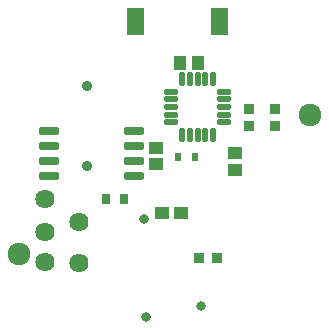
<source format=gbs>
G04*
G04 #@! TF.GenerationSoftware,Altium Limited,Altium Designer,20.2.6 (244)*
G04*
G04 Layer_Color=16711935*
%FSLAX25Y25*%
%MOIN*%
G70*
G04*
G04 #@! TF.SameCoordinates,8D702C91-D224-4EEC-953A-651AC819B964*
G04*
G04*
G04 #@! TF.FilePolarity,Negative*
G04*
G01*
G75*
%ADD28R,0.03591X0.03772*%
%ADD33R,0.02362X0.03150*%
%ADD54C,0.06400*%
%ADD56R,0.04534X0.03943*%
%ADD61C,0.07565*%
%ADD62C,0.03543*%
%ADD63C,0.02172*%
%ADD82R,0.03150X0.03543*%
%ADD84R,0.04758X0.03985*%
%ADD88R,0.03550X0.03550*%
%ADD89R,0.03943X0.04534*%
G04:AMPARAMS|DCode=90|XSize=68.96mil|YSize=26.84mil|CornerRadius=4.85mil|HoleSize=0mil|Usage=FLASHONLY|Rotation=0.000|XOffset=0mil|YOffset=0mil|HoleType=Round|Shape=RoundedRectangle|*
%AMROUNDEDRECTD90*
21,1,0.06896,0.01713,0,0,0.0*
21,1,0.05925,0.02684,0,0,0.0*
1,1,0.00971,0.02963,-0.00856*
1,1,0.00971,-0.02963,-0.00856*
1,1,0.00971,-0.02963,0.00856*
1,1,0.00971,0.02963,0.00856*
%
%ADD90ROUNDEDRECTD90*%
G04:AMPARAMS|DCode=91|XSize=17.17mil|YSize=46.31mil|CornerRadius=2.14mil|HoleSize=0mil|Usage=FLASHONLY|Rotation=90.000|XOffset=0mil|YOffset=0mil|HoleType=Round|Shape=RoundedRectangle|*
%AMROUNDEDRECTD91*
21,1,0.01717,0.04203,0,0,90.0*
21,1,0.01290,0.04631,0,0,90.0*
1,1,0.00428,0.02102,0.00645*
1,1,0.00428,0.02102,-0.00645*
1,1,0.00428,-0.02102,-0.00645*
1,1,0.00428,-0.02102,0.00645*
%
%ADD91ROUNDEDRECTD91*%
G04:AMPARAMS|DCode=92|XSize=17.17mil|YSize=46.31mil|CornerRadius=2.14mil|HoleSize=0mil|Usage=FLASHONLY|Rotation=0.000|XOffset=0mil|YOffset=0mil|HoleType=Round|Shape=RoundedRectangle|*
%AMROUNDEDRECTD92*
21,1,0.01717,0.04203,0,0,0.0*
21,1,0.01290,0.04631,0,0,0.0*
1,1,0.00428,0.00645,-0.02102*
1,1,0.00428,-0.00645,-0.02102*
1,1,0.00428,-0.00645,0.02102*
1,1,0.00428,0.00645,0.02102*
%
%ADD92ROUNDEDRECTD92*%
%ADD93R,0.04534X0.04140*%
%ADD94C,0.03162*%
G36*
X-17104Y121386D02*
X-11416D01*
Y112322D01*
X-17104D01*
Y121386D01*
D02*
G37*
G36*
X11046Y121385D02*
X16781D01*
Y112322D01*
X11046D01*
Y121385D01*
D02*
G37*
D28*
X32300Y87512D02*
D03*
Y81788D02*
D03*
X23800Y87512D02*
D03*
Y81788D02*
D03*
D33*
X5800Y71650D02*
D03*
X91D02*
D03*
D54*
X-44400Y36500D02*
D03*
X-32800Y36400D02*
D03*
X-44300Y46650D02*
D03*
X-44400Y57750D02*
D03*
X-32800Y49790D02*
D03*
D56*
X-7300Y69193D02*
D03*
Y74508D02*
D03*
D61*
X-52900Y39150D02*
D03*
X44100Y85650D02*
D03*
D62*
X-30176Y68464D02*
D03*
Y95236D02*
D03*
D63*
X13900Y116850D02*
D03*
X-14250D02*
D03*
D82*
X-17947Y57450D02*
D03*
X-23853D02*
D03*
D84*
X1157Y53050D02*
D03*
X-5157D02*
D03*
D88*
X12906Y37950D02*
D03*
X7000D02*
D03*
D89*
X846Y102950D02*
D03*
X6554D02*
D03*
D90*
X-43014Y65250D02*
D03*
Y70250D02*
D03*
Y75250D02*
D03*
Y80250D02*
D03*
X-14786D02*
D03*
Y65250D02*
D03*
Y75250D02*
D03*
Y70250D02*
D03*
D91*
X15439Y85691D02*
D03*
Y88250D02*
D03*
Y90809D02*
D03*
Y93368D02*
D03*
X-2238Y83132D02*
D03*
Y85691D02*
D03*
Y88250D02*
D03*
Y90809D02*
D03*
Y93368D02*
D03*
X15439Y83132D02*
D03*
D92*
X11718Y97481D02*
D03*
X9159D02*
D03*
X6600D02*
D03*
X4041D02*
D03*
X1482D02*
D03*
Y79018D02*
D03*
X11718D02*
D03*
X9159D02*
D03*
X6600D02*
D03*
X4041D02*
D03*
D93*
X18900Y73104D02*
D03*
Y67396D02*
D03*
D94*
X7700Y21950D02*
D03*
X-11200Y50850D02*
D03*
X-10500Y18150D02*
D03*
M02*

</source>
